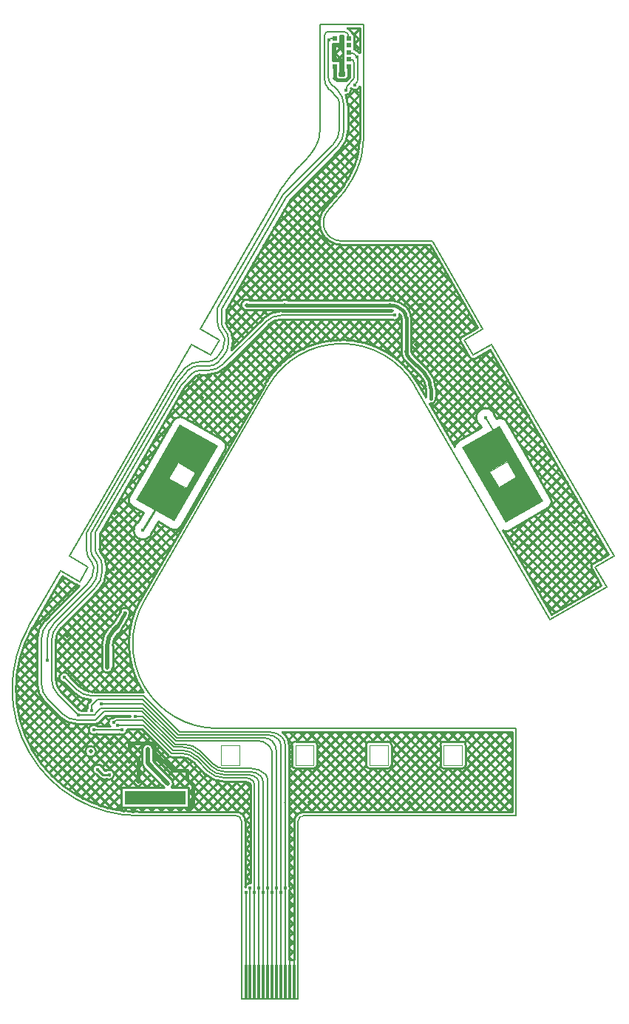
<source format=gtl>
G04*
G04 #@! TF.GenerationSoftware,Altium Limited,Altium Designer,19.0.12 (326)*
G04*
G04 Layer_Physical_Order=1*
G04 Layer_Color=255*
%FSLAX44Y44*%
%MOMM*%
G71*
G01*
G75*
%ADD11C,0.1524*%
%ADD12C,0.2540*%
%ADD13C,0.1270*%
%ADD14C,0.0500*%
%ADD15C,0.0500*%
%ADD16R,0.3000X4.0000*%
%ADD17R,0.5000X0.5000*%
%ADD18R,0.5000X0.5800*%
%ADD23C,0.2413*%
%ADD24C,0.2032*%
%ADD25C,0.3810*%
%ADD26C,0.5080*%
%ADD27P,0.5657X4X345.0*%
%ADD28P,0.5657X4X105.0*%
%ADD29C,0.4572*%
%ADD30R,7.0104X1.5433*%
%ADD31C,0.4064*%
%ADD32C,0.5080*%
G36*
X-27099Y633343D02*
X-39699Y611519D01*
D01*
X-77099Y546740D01*
X-120400Y571740D01*
X-111482Y587187D01*
X-111482Y587187D01*
X-70400Y658343D01*
X-27099Y633343D01*
D02*
G37*
G36*
X315683Y622514D02*
D01*
X345933Y570120D01*
X302632Y545120D01*
X282882Y579328D01*
D01*
X252632Y631722D01*
X295933Y656722D01*
X315683Y622514D01*
D02*
G37*
%LPC*%
G36*
X-72587Y613994D02*
X-83087Y595808D01*
X-63169Y584308D01*
X-52669Y602495D01*
X-72587Y613994D01*
D02*
G37*
G36*
X303992Y615764D02*
X284073Y604264D01*
X294573Y586077D01*
X314492Y597578D01*
X303992Y615764D01*
D02*
G37*
%LPD*%
D11*
X-51743Y274247D02*
G03*
X-69703Y281686I-17960J-17960D01*
G01*
X-38428Y260931D02*
G03*
X-20467Y253492I17960J17960D01*
G01*
X13462Y249682D02*
G03*
X4264Y253492I-9198J-9198D01*
G01*
X15000Y245969D02*
G03*
X13462Y249682I-5251J0D01*
G01*
X-50472Y277549D02*
G03*
X-68433Y284988I-17960J-17960D01*
G01*
X-37157Y264233D02*
G03*
X-19197Y256794I17960J17960D01*
G01*
X18101Y252663D02*
G03*
X8128Y256794I-9973J-9973D01*
G01*
X20000Y248343D02*
G03*
X18288Y252476I-5845J0D01*
G01*
X-49202Y281105D02*
G03*
X-67163Y288544I-17960J-17960D01*
G01*
X-35633Y267535D02*
G03*
X-17673Y260096I17960J17960D01*
G01*
X21590Y255778D02*
G03*
X11165Y260096I-10425J-10425D01*
G01*
X25000Y247546D02*
G03*
X21590Y255778I-11643J0D01*
G01*
X-47171Y284153D02*
G03*
X-65131Y291592I-17960J-17960D01*
G01*
X-32004Y268986D02*
G03*
X-20353Y264160I11651J11651D01*
G01*
X27432Y257556D02*
G03*
X11488Y264160I-15943J-15943D01*
G01*
X30000Y251356D02*
G03*
X27432Y257556I-8768J0D01*
G01*
X30578Y290986D02*
G03*
X19304Y295656I-11274J-11274D01*
G01*
X35000Y283405D02*
G03*
X32766Y288798I-7627J0D01*
G01*
X35306Y295266D02*
G03*
X26392Y298958I-8914J-8914D01*
G01*
X40000Y283933D02*
G03*
X35306Y295266I-16026J0D01*
G01*
X42164Y297688D02*
G03*
X30513Y302514I-11651J-11651D01*
G01*
X44958Y290943D02*
G03*
X42164Y297688I-9539J0D01*
G01*
X50000Y291122D02*
G03*
X46228Y300228I-12878J0D01*
G01*
D02*
G03*
X33351Y305562I-12877J-12877D01*
G01*
X-171958Y330200D02*
Y336436D01*
X-164986Y343408D01*
X-141626Y313436D02*
X-112268D01*
X-80518Y281686D01*
X-143907Y319024D02*
X-112776D01*
X-78740Y284988D01*
X-112768Y323850D02*
X-77463Y288544D01*
X-121537Y323850D02*
X-112768D01*
X-113792Y329184D02*
X-76200Y291592D01*
X-112776Y332994D02*
X-75438Y295656D01*
X-113074Y338074D02*
X-73958Y298958D01*
X-160274Y338074D02*
X-113074D01*
X-73958Y298958D02*
X26392D01*
X-113559Y343408D02*
X-72665Y302514D01*
X-112268Y347218D02*
X-70612Y305562D01*
X-170320Y347218D02*
X-112268D01*
X-164986Y343408D02*
X-113559D01*
X-146450Y316481D02*
X-143907Y319024D01*
X35000Y235278D02*
Y283405D01*
Y235278D02*
X35052Y235330D01*
X-51743Y274247D02*
X-38428Y260931D01*
X-20467Y253492D02*
X4264D01*
X15000Y121920D02*
Y245969D01*
X-80518Y281686D02*
X-69703D01*
X-50472Y277549D02*
X-37157Y264233D01*
X-19197Y256794D02*
X8128D01*
X18101Y252663D02*
X18288Y252476D01*
X20000Y126934D02*
Y248343D01*
X-78740Y284988D02*
X-68433D01*
X-77463Y288544D02*
X-67163D01*
X-75438Y295656D02*
X19304D01*
X-72665Y302514D02*
X30513D01*
X-70612Y305562D02*
X33351D01*
X-49202Y281105D02*
X-35633Y267535D01*
X-17673Y260096D02*
X11165D01*
X25000Y236074D02*
Y247546D01*
Y121920D02*
Y236074D01*
X-47171Y284153D02*
X-32004Y268986D01*
X-20353Y264160D02*
X11488D01*
X30000Y126934D02*
Y237208D01*
Y251356D01*
X-76200Y291592D02*
X-65131D01*
X30578Y290986D02*
X32766Y288798D01*
X44958Y221111D02*
Y290943D01*
X50000Y126934D02*
Y224828D01*
Y291122D01*
X45000Y121920D02*
Y221069D01*
X40000Y126934D02*
Y283933D01*
X35000Y121920D02*
Y235278D01*
X25000Y236074D02*
X25146Y236220D01*
X29972Y237236D02*
X30000Y237208D01*
X44958Y221111D02*
X45000Y221069D01*
X49784Y225044D02*
X50000Y224828D01*
X-168866Y308099D02*
X-136880D01*
X-169056Y308289D02*
X-168866Y308099D01*
D12*
X-112776Y536956D02*
X-80144Y591077D01*
X114808Y1060576D02*
X115950Y1059434D01*
X114808Y1060576D02*
Y1068072D01*
X106808Y1084072D02*
Y1092072D01*
Y1076072D02*
Y1084072D01*
X114808Y1068072D02*
Y1072894D01*
X111630Y1076072D02*
X114808Y1072894D01*
X106808Y1076072D02*
X111630D01*
X114808Y1094740D02*
Y1100072D01*
X112140Y1092072D02*
X114808Y1094740D01*
X106808Y1092072D02*
X112140D01*
X-164738Y262967D02*
X-158816Y257045D01*
X-151626D01*
Y256283D02*
Y257045D01*
D13*
X71033Y210000D02*
G03*
X65000Y203904I31J-6065D01*
G01*
X0Y203812D02*
G03*
X-5942Y210000I-6065J123D01*
G01*
X-111533Y455503D02*
G03*
X-27532Y310000I84003J-48502D01*
G01*
X198813Y702019D02*
G03*
X30804Y702023I-84006J-48498D01*
G01*
X100117Y903997D02*
G03*
X114813Y867997I14697J-15000D01*
G01*
X100117Y903997D02*
G03*
X118069Y924838I-112752J115276D01*
G01*
X86550Y979398D02*
G03*
X88952Y986455I-34722J15755D01*
G01*
X55905Y941923D02*
G03*
X46385Y928999I62227J-55807D01*
G01*
X127940Y940646D02*
G03*
X131966Y948976I-104630J55697D01*
G01*
X67301Y954122D02*
G03*
X72986Y960189I-226733J218176D01*
G01*
X137728Y966245D02*
G03*
X139816Y983996I-76944J18047D01*
G01*
X135260Y957526D02*
G03*
X137728Y966245I-88650J29809D01*
G01*
X118069Y924838D02*
G03*
X127940Y940646I-111894J80857D01*
G01*
X72986Y960189D02*
G03*
X78280Y966360I-96757J88364D01*
G01*
X131966Y948976D02*
G03*
X135260Y957526I-96690J42161D01*
G01*
X88952Y986455D02*
G03*
X89816Y993997I-32548J7551D01*
G01*
X78280Y966360D02*
G03*
X82897Y972731I-59537J48000D01*
G01*
D02*
G03*
X86550Y979398I-42719J27740D01*
G01*
X61512Y948065D02*
G03*
X55905Y941922I151760J-144153D01*
G01*
X-243169Y427506D02*
G03*
X-117601Y210003I125572J-72503D01*
G01*
X0Y0D02*
Y203812D01*
X65000Y0D02*
Y203904D01*
X0Y0D02*
X65000D01*
X353156Y434674D02*
X418158Y472087D01*
X198813Y702019D02*
X353156Y434674D01*
X405003Y494874D02*
X418158Y472087D01*
X405003Y494874D02*
X426654Y507374D01*
X286664Y749856D02*
X426654Y507374D01*
X218461Y867994D02*
X276665Y767177D01*
X255014Y754678D02*
X276665Y767177D01*
X265013Y737357D02*
X286664Y749856D01*
X255014Y754678D02*
X265013Y737357D01*
X114813Y867997D02*
X218461Y867994D01*
X139816Y983996D02*
X139816Y1003996D01*
X89816Y993997D02*
X89816Y1003997D01*
X61512Y948065D02*
X67301Y954122D01*
X-47044Y767185D02*
X46385Y928999D01*
X-47044Y767185D02*
X-25393Y754685D01*
X-35394Y737365D02*
X-25393Y754685D01*
X-57044Y749865D02*
X-35394Y737365D01*
X-197046Y507389D02*
X-57044Y749865D01*
X-111533Y455503D02*
X30804Y702023D01*
X-27532Y310000D02*
X314799Y309992D01*
X-243169Y427506D02*
X-207046Y490069D01*
X-185396Y477568D02*
X-175396Y494889D01*
X-197046Y507389D02*
X-175396Y494889D01*
X-207046Y490069D02*
X-185396Y477568D01*
X-117601Y210003D02*
X-5942Y210000D01*
X71033Y210000D02*
X314799D01*
Y309992D01*
X139816Y1003996D02*
Y1115996D01*
X89818D02*
X139816D01*
X89816Y1003997D02*
Y1115997D01*
D14*
X-23201Y290999D02*
X-2201D01*
Y267999D02*
Y290999D01*
X-23201Y267999D02*
X-2201D01*
X-23201D02*
Y290999D01*
X61796Y290997D02*
X82795D01*
Y267997D02*
Y290997D01*
X61796Y267997D02*
X82795D01*
X61796D02*
Y290997D01*
X146797Y291000D02*
X167797D01*
Y268001D02*
Y291000D01*
X146797Y268001D02*
X167797D01*
X146797D02*
Y291000D01*
X231799Y290993D02*
X252799D01*
Y267993D02*
Y290993D01*
X231799Y267993D02*
X252799D01*
X231799D02*
Y290993D01*
D15*
X-83224Y596373D02*
X-72785Y614503D01*
X-63292Y584897D02*
X-52853Y603027D01*
X-72785Y614503D02*
X-52853Y603027D01*
X-83224Y596373D02*
X-63292Y584897D01*
X304030Y615725D02*
X314469Y597595D01*
X284098Y604248D02*
X294537Y586119D01*
X284098Y604248D02*
X304030Y615725D01*
X294537Y586119D02*
X314469Y597595D01*
D16*
X15000Y20000D02*
D03*
X20000D02*
D03*
X25000D02*
D03*
X30000D02*
D03*
X35000D02*
D03*
X40000D02*
D03*
X45000D02*
D03*
X50000D02*
D03*
X55000D02*
D03*
X60000D02*
D03*
X10000D02*
D03*
X5000D02*
D03*
D17*
X114808Y1068072D02*
D03*
X122808D02*
D03*
Y1076072D02*
D03*
Y1084072D02*
D03*
Y1092072D02*
D03*
Y1100072D02*
D03*
X114808D02*
D03*
X106808D02*
D03*
Y1092072D02*
D03*
Y1084072D02*
D03*
Y1076072D02*
D03*
D18*
Y1067672D02*
D03*
D23*
X189162Y792412D02*
G03*
X169836Y800417I-19326J-19326D01*
G01*
X194373Y779831D02*
G03*
X189162Y792412I-17792J0D01*
G01*
X173829Y788609D02*
G03*
X169836Y789115I-3993J-15524D01*
G01*
X183071Y779831D02*
G03*
X181170Y784420I-6489J0D01*
G01*
X173829Y788609D02*
G03*
X172241Y787844I1685J-5527D01*
G01*
X181292Y783082D02*
G03*
X181125Y784465I-5778J0D01*
G01*
X172241Y778319D02*
G03*
X181292Y783082I3273J4762D01*
G01*
X261213Y735176D02*
G03*
X267204Y733562I3800J2181D01*
G01*
X252823Y758472D02*
G03*
X251219Y752487I2191J-3795D01*
G01*
X252823Y758472D02*
G03*
X251225Y752477I2191J-3795D01*
G01*
X261219Y735166D02*
G03*
X267204Y733562I3795J2191D01*
G01*
X222694Y687324D02*
G03*
X222568Y688529I-5778J0D01*
G01*
X290448Y667168D02*
G03*
X273614Y656964I-10794J-1180D01*
G01*
X196618Y737778D02*
G03*
X195242Y739253I-4848J-3144D01*
G01*
X194373Y741992D02*
G03*
X195242Y739253I4755J0D01*
G01*
X183071Y741992D02*
G03*
X186766Y731744I16058J0D01*
G01*
D02*
G03*
X188626Y729786I5004J2890D01*
G01*
X215605Y681696D02*
G03*
X222694Y687324I1311J5628D01*
G01*
X211264Y698967D02*
G03*
X205480Y712931I-19749J0D01*
G01*
X222568Y698967D02*
G03*
X213473Y720924I-31051J0D01*
G01*
X126765Y1106319D02*
G03*
X124652Y1109440I-9160J-3926D01*
G01*
D02*
G03*
X121632Y1111615I-8201J-8201D01*
G01*
X135435Y1083593D02*
G03*
X134394Y1084085I-2979J-4951D01*
G01*
X125450Y1043234D02*
G03*
X135435Y1044643I4598J3500D01*
G01*
X133288Y1085280D02*
G03*
X129054Y1088028I-8582J-8582D01*
G01*
X134394Y1084085D02*
G03*
X133288Y1085280I-16125J-13824D01*
G01*
X125841Y1041146D02*
G03*
X125450Y1043234I-5778J0D01*
G01*
X119631Y1035384D02*
G03*
X125841Y1041146I431J5762D01*
G01*
X122031Y1023593D02*
G03*
X119631Y1035384I-30162J0D01*
G01*
X113196Y973109D02*
G03*
X122031Y994437I-21328J21328D01*
G01*
X133462Y967246D02*
G03*
X135434Y984004I-72678J17047D01*
G01*
X131107Y958922D02*
G03*
X133456Y967219I-84497J28413D01*
G01*
X127949Y950728D02*
G03*
X131102Y958908I-92673J40410D01*
G01*
X124073Y942706D02*
G03*
X127949Y950727I-100763J53637D01*
G01*
X114527Y927416D02*
G03*
X124073Y942706I-108351J78279D01*
G01*
X97064Y907140D02*
G03*
X114518Y927404I-109699J112134D01*
G01*
X97051Y907127D02*
G03*
X114813Y863615I17763J-18130D01*
G01*
X402822Y498674D02*
G03*
X401208Y492683I2181J-3800D01*
G01*
X402812Y498669D02*
G03*
X401208Y492683I2191J-3795D01*
G01*
X256795Y290993D02*
G03*
X252799Y294989I-3996J0D01*
G01*
X256795Y290993D02*
G03*
X252799Y294989I-3996J0D01*
G01*
Y263996D02*
G03*
X256795Y267993I0J3996D01*
G01*
X252799Y263996D02*
G03*
X256795Y267993I0J3996D01*
G01*
X231799Y294989D02*
G03*
X227802Y290993I0J-3996D01*
G01*
Y267993D02*
G03*
X231799Y263996I3996J0D01*
G01*
Y294989D02*
G03*
X227802Y290993I0J-3996D01*
G01*
X171794Y291000D02*
G03*
X167797Y294997I-3996J0D01*
G01*
X171794Y291000D02*
G03*
X167797Y294997I-3996J0D01*
G01*
X146797D02*
G03*
X142801Y291000I0J-3996D01*
G01*
X146797Y294997D02*
G03*
X142801Y291000I0J-3996D01*
G01*
X167797Y264004D02*
G03*
X171794Y268001I0J3996D01*
G01*
X167797Y264004D02*
G03*
X171794Y268001I0J3996D01*
G01*
X142801D02*
G03*
X146797Y264004I3996J0D01*
G01*
X142801Y268001D02*
G03*
X146797Y264004I3996J0D01*
G01*
X86792Y290997D02*
G03*
X82795Y294994I-3996J0D01*
G01*
X86792Y290997D02*
G03*
X82795Y294994I-3996J0D01*
G01*
X61796D02*
G03*
X57799Y290997I0J-3996D01*
G01*
X61796Y294994D02*
G03*
X57799Y290997I0J-3996D01*
G01*
X227802Y267993D02*
G03*
X231799Y263996I3996J0D01*
G01*
X82795Y264001D02*
G03*
X86792Y267997I0J3996D01*
G01*
X82795Y264001D02*
G03*
X86792Y267997I0J3996D01*
G01*
X57799D02*
G03*
X61796Y264001I3996J0D01*
G01*
X57799Y267997D02*
G03*
X61796Y264001I3996J0D01*
G01*
X71011Y214381D02*
G03*
X60619Y203895I54J-10446D01*
G01*
X54763Y123661D02*
G03*
X55778Y126934I-4762J3273D01*
G01*
D02*
G03*
X54509Y130548I-5778J0D01*
G01*
X52553Y800417D02*
G03*
X46871Y800417I-2841J-5608D01*
G01*
X47050Y789115D02*
G03*
X52374Y789115I2662J5695D01*
G01*
X45814Y778319D02*
G03*
X31221Y772275I0J-20638D01*
G01*
X45814Y787844D02*
G03*
X24486Y779010I0J-30162D01*
G01*
X8849Y800417D02*
G03*
X8849Y789115I-2753J-5652D01*
G01*
X-9969Y755280D02*
G03*
X-15936Y769686I-20372J0D01*
G01*
X-17887Y774394D02*
G03*
X-15945Y769694I6659J0D01*
G01*
X202608Y704210D02*
G03*
X27010Y704214I-87800J-50689D01*
G01*
X-11300Y743223D02*
G03*
X-9969Y752084I-28832J8861D01*
G01*
X-38474Y715073D02*
G03*
X-17146Y723908I0J30162D01*
G01*
X-48006Y715073D02*
G03*
X-52637Y713155I0J-6549D01*
G01*
X-119359Y545591D02*
G03*
X-102066Y535165I6583J-8635D01*
G01*
X-162624Y515210D02*
G03*
X-160716Y510606I6511J0D01*
G01*
X-154864Y496475D02*
G03*
X-160716Y510606I-19983J0D01*
G01*
X-127584Y442214D02*
G03*
X-138865Y443978I-5778J0D01*
G01*
X-129058Y438359D02*
G03*
X-127584Y442214I-4305J3855D01*
G01*
X-145775Y431919D02*
G03*
X-146685Y431165I3535J-5199D01*
G01*
X-137795Y422275D02*
G03*
X-135968Y426299I-4445J4445D01*
G01*
X-150676Y427175D02*
G03*
X-159957Y404769I22406J-22406D01*
G01*
X-141785Y418284D02*
G03*
X-147383Y404769I13515J-13515D01*
G01*
X-163698Y468015D02*
G03*
X-154864Y489343I-21328J21328D01*
G01*
X-187587Y473774D02*
G03*
X-185554Y473190I2191J3794D01*
G01*
X-187590Y473776D02*
G03*
X-185554Y473190I2194J3793D01*
G01*
X-225036Y433707D02*
G03*
X-233871Y412379I21328J-21328D01*
G01*
X-206617Y425096D02*
G03*
X-212661Y410503I14593J-14593D01*
G01*
X54509Y291122D02*
G03*
X49416Y303416I-17387J0D01*
G01*
D02*
G03*
X46861Y305617I-16065J-16065D01*
G01*
X-54931Y271059D02*
G03*
X-69703Y277178I-14772J-14772D01*
G01*
X-83715Y278507D02*
G03*
X-80518Y277178I3196J3179D01*
G01*
X-83706Y278498D02*
G03*
X-80518Y277178I3188J3188D01*
G01*
X-101156Y286004D02*
G03*
X-113729Y286004I-6287J0D01*
G01*
X-101156D02*
G03*
X-113729Y286004I-6287J0D01*
G01*
Y270002D02*
G03*
X-111887Y265557I6287J0D01*
G01*
X-113729Y270002D02*
G03*
X-111887Y265557I6287J0D01*
G01*
X-115327Y457693D02*
G03*
X-112518Y351726I87798J-50693D01*
G01*
X-127288Y324422D02*
G03*
X-127307Y323532I5750J-571D01*
G01*
X-239375Y425315D02*
G03*
X-117601Y214384I121777J-70312D01*
G01*
X10265Y246503D02*
G03*
X4264Y248983I-6001J-6019D01*
G01*
X-41616Y257743D02*
G03*
X-20467Y248983I21149J21149D01*
G01*
X4383Y203935D02*
G03*
X-5853Y214380I-10447J0D01*
G01*
X10491Y132758D02*
G03*
X4381Y128350I-492J-5757D01*
G01*
X-80082Y242253D02*
G03*
X-78042Y246888I-4246J4636D01*
G01*
X-80082Y242253D02*
G03*
X-78042Y246888I-4246J4636D01*
G01*
D02*
G03*
X-79883Y251333I-6287J0D01*
G01*
X-78042Y246888D02*
G03*
X-79883Y251333I-6287J0D01*
G01*
X-159957Y379730D02*
G03*
X-147383Y379730I6287J0D01*
G01*
X-159957D02*
G03*
X-147383Y379730I6287J0D01*
G01*
X-168785Y351726D02*
G03*
X-170320Y351981I-1534J-4509D01*
G01*
X-185821Y358025D02*
G03*
X-171228Y351981I14593J14593D01*
G01*
X-192556Y351290D02*
G03*
X-172296Y342474I21328J21328D01*
G01*
X-175137Y339633D02*
G03*
X-176467Y336436I3179J-3196D01*
G01*
X-175146Y339624D02*
G03*
X-176467Y336436I3188J-3188D01*
G01*
Y333815D02*
G03*
X-177736Y330290I4509J-3614D01*
G01*
X-197149Y369354D02*
G03*
X-203884Y362618I-5682J-1054D01*
G01*
X-212661Y366274D02*
G03*
X-206617Y351681I20638J0D01*
G01*
X-233871Y361041D02*
G03*
X-225036Y339713I30162J0D01*
G01*
X-143907Y323532D02*
G03*
X-147082Y322225I0J-4509D01*
G01*
X-143907Y323532D02*
G03*
X-147082Y322225I0J-4509D01*
G01*
X-139899Y303590D02*
G03*
X-130848Y308353I3273J4762D01*
G01*
X-147082Y322225D02*
G03*
X-150738Y312607I632J-5744D01*
G01*
X-145848Y257045D02*
G03*
X-154494Y262061I-5778J0D01*
G01*
X-151626Y251266D02*
G03*
X-145848Y257045I0J5778D01*
G01*
X-154494Y252028D02*
G03*
X-151626Y251266I2868J5016D01*
G01*
X-162363Y253498D02*
G03*
X-158816Y252028I3547J3547D01*
G01*
X-162363Y253498D02*
G03*
X-158816Y252028I3547J3547D01*
G01*
X-167132Y314769D02*
G03*
X-163764Y316164I0J4762D01*
G01*
X-167132Y314769D02*
G03*
X-163764Y316164I0J4762D01*
G01*
X-165217Y312607D02*
G03*
X-165692Y303590I-3839J-4318D01*
G01*
X-166439Y283477D02*
G03*
X-166439Y283477I-6287J0D01*
G01*
X-183925Y330290D02*
G03*
X-186144Y331209I-3273J-4762D01*
G01*
X-208927Y323604D02*
G03*
X-187599Y314769I21328J21328D01*
G01*
X-159163Y264486D02*
G03*
X-166257Y257392I-5575J-1519D01*
G01*
X208425Y863613D02*
X226185Y845853D01*
X197648Y863613D02*
X240903Y820358D01*
X169153Y800417D02*
X221940Y853205D01*
X186871Y863614D02*
X255622Y794863D01*
X191133Y790069D02*
X233773Y832709D01*
X194194Y782353D02*
X237717Y825877D01*
X178515Y799003D02*
X225884Y846373D01*
X185659Y795371D02*
X229829Y839541D01*
X167356Y787844D02*
X168626Y789115D01*
X181292Y782983D02*
X182879Y781396D01*
X215931Y863613D02*
X270679Y768781D01*
X205447Y728949D02*
X261383Y784884D01*
X176095Y863614D02*
X270341Y769368D01*
X200059Y734337D02*
X257439Y791717D01*
X261577Y763526D02*
X269271Y771220D01*
X252823Y758472D02*
X270679Y768781D01*
X210835Y723561D02*
X265327Y778052D01*
X194373Y769901D02*
X299459Y664815D01*
X194373Y750204D02*
X249550Y805381D01*
X194854Y739909D02*
X253494Y798549D01*
X194373Y771757D02*
X241661Y819045D01*
X194373Y760980D02*
X245606Y812213D01*
X183071Y741992D02*
Y779831D01*
X194373Y741992D02*
Y779831D01*
X176159Y777340D02*
X183071Y770428D01*
X115271Y800417D02*
X178468Y863614D01*
X126048Y800417D02*
X189244Y863614D01*
X114813Y863615D02*
X215931Y863613D01*
X111173Y863878D02*
X175156Y799895D01*
X147600Y800417D02*
X210796Y863613D01*
X158377Y800417D02*
X217996Y860037D01*
X136824Y800417D02*
X200020Y863613D01*
X52374Y789115D02*
X169836D01*
X93719Y800417D02*
X156916Y863614D01*
X104495Y800417D02*
X167692Y863614D01*
X52928Y911347D02*
X163857Y800417D01*
X82942D02*
X146139Y863615D01*
X145803Y787844D02*
X147073Y789115D01*
X156580Y787844D02*
X157850Y789115D01*
X52553Y800417D02*
X169836D01*
X142831Y789115D02*
X144101Y787844D01*
X165318Y863614D02*
X264005Y764928D01*
X154542Y863614D02*
X257173Y760984D01*
X143765Y863615D02*
X250983Y756396D01*
X132989Y863615D02*
X260921Y735683D01*
X164403Y778319D02*
X183071Y759652D01*
X157374Y745534D02*
X183071Y771230D01*
X153626Y778319D02*
X183071Y748875D01*
X142850Y778319D02*
X183729Y737440D01*
X153608Y789115D02*
X154878Y787844D01*
X164384Y789115D02*
X165654Y787844D01*
X141589Y751301D02*
X168607Y778319D01*
X149754Y748689D02*
X182788Y781724D01*
X132804Y753292D02*
X157831Y778319D01*
X132074D02*
X176169Y734224D01*
X123283Y754548D02*
X147055Y778319D01*
X121297D02*
X151643Y747974D01*
X278229Y739927D02*
X299778Y718378D01*
X271397Y735983D02*
X314497Y692883D01*
X267204Y733562D02*
X285060Y743871D01*
X263263Y733340D02*
X329215Y667388D01*
X293629Y665321D02*
X295933Y665625D01*
X295933D02*
X298237Y665321D01*
X282327Y676513D02*
X308714Y702900D01*
X288654Y672063D02*
X312658Y696068D01*
X251225Y752477D02*
X261213Y735176D01*
X222568Y692188D02*
X263592Y733212D01*
X222568Y688529D02*
Y698967D01*
X301624Y663481D02*
X320547Y682404D01*
X306004Y657085D02*
X324491Y675572D01*
X292023Y664656D02*
X316602Y689236D01*
X234035Y649773D02*
X300825Y716564D01*
X302228Y663017D02*
X303643Y661173D01*
X309948Y650253D02*
X328435Y668740D01*
X298237Y665321D02*
X300385Y664432D01*
X302228Y663017D01*
X230091Y656605D02*
X296881Y723396D01*
X226146Y663438D02*
X292937Y730228D01*
X222682Y687712D02*
X262623Y647770D01*
X290448Y667168D02*
X291981Y664639D01*
X293629Y665321D01*
X273614Y656964D02*
X274893Y654855D01*
X266734Y650144D02*
X273579Y656988D01*
X216051Y718000D02*
X250991Y752940D01*
X220048Y711220D02*
X254914Y746087D01*
X196618Y737778D02*
X213465Y720931D01*
X198302Y711027D02*
X202843Y715568D01*
X202481Y704430D02*
X207958Y709907D01*
X193696Y717198D02*
X197455Y720956D01*
X188626Y729786D02*
X205473Y712938D01*
X164504Y741887D02*
X183071Y760454D01*
X171179Y737786D02*
X183071Y749677D01*
X188679Y722957D02*
X192067Y726345D01*
X177424Y733254D02*
X183323Y739154D01*
X183255Y728309D02*
X186732Y731786D01*
X222338Y702735D02*
X258859Y739255D01*
X218258Y677102D02*
X284983Y743827D01*
X194373Y759125D02*
X276985Y676513D01*
X194373Y748349D02*
X270656Y672066D01*
X222202Y670269D02*
X288993Y737060D01*
X222568Y698602D02*
X269455Y651715D01*
X219480Y712466D02*
X269334Y662612D01*
X195511Y714882D02*
X211264Y699129D01*
X202608Y704210D02*
X211264Y689215D01*
X210369Y690766D02*
X211264Y691661D01*
Y689215D02*
Y698967D01*
X206425Y697598D02*
X211002Y702175D01*
X132844Y1111615D02*
X135435Y1109024D01*
X129054Y1105161D02*
X135435Y1111541D01*
X121632Y1111615D02*
X135435D01*
X126765Y1106319D02*
X129054D01*
Y1094385D02*
X135435Y1100765D01*
X129054Y1093826D02*
Y1098318D01*
X127364Y1106319D02*
X129054Y1104628D01*
X135435Y1098247D01*
X123537Y1110420D02*
X124732Y1111615D01*
X122067D02*
X122627Y1111055D01*
X129054Y1093826D02*
Y1098318D01*
Y1090319D02*
Y1093826D01*
X126132Y1107550D02*
X127364Y1106319D01*
X129054Y1098318D02*
Y1106319D01*
X135435Y1083593D02*
Y1111615D01*
X129054Y1093851D02*
X135435Y1087471D01*
X131911Y1086464D02*
X135435Y1089989D01*
X127454Y1041570D02*
X135435Y1033590D01*
Y1003996D02*
Y1044643D01*
X122031Y1022703D02*
X135435Y1036107D01*
X129054Y1088028D02*
Y1090319D01*
Y1088028D02*
Y1090319D01*
X120771Y1032219D02*
X129530Y1040979D01*
X117156Y1058091D02*
Y1061825D01*
X116561Y1098318D02*
Y1103308D01*
Y1093826D02*
Y1098318D01*
X113055Y1099075D02*
X116561Y1095568D01*
Y1093826D02*
Y1098318D01*
Y1090319D02*
Y1093826D01*
Y1085826D02*
Y1090319D01*
Y1082318D02*
Y1085826D01*
X104076Y1080183D02*
X116561Y1092668D01*
X113055Y1103311D02*
X116451D01*
X113055Y1099937D02*
X116429Y1103311D01*
X113055Y1093826D02*
Y1103311D01*
X107528Y1093826D02*
X116561Y1084792D01*
Y1085826D02*
Y1090319D01*
Y1077825D02*
Y1082318D01*
X104076Y1093826D02*
X113055D01*
X104076Y1090959D02*
X106943Y1093826D01*
X116561Y1077825D02*
Y1082318D01*
Y1074318D02*
Y1077825D01*
X108988Y1074318D02*
X116561Y1081892D01*
X104076Y1086501D02*
X116561Y1074016D01*
Y1069826D02*
Y1074318D01*
Y1069826D02*
Y1074318D01*
X112459Y1057973D02*
X117039D01*
X114196D02*
X117156Y1060934D01*
X104076Y1074318D02*
X113055D01*
Y1061025D02*
Y1074318D01*
X104076D02*
Y1093826D01*
Y1075724D02*
X105482Y1074318D01*
X113055Y1067608D02*
X116561Y1071115D01*
Y1061825D02*
Y1069826D01*
X113055Y1066746D02*
X116561Y1063239D01*
X112459Y1057973D02*
Y1061025D01*
X122391Y1035857D02*
X135435Y1022813D01*
X122031Y1011927D02*
X135435Y1025331D01*
X121970Y1025501D02*
X135435Y1012037D01*
X122031Y1014665D02*
X135435Y1001261D01*
X122031Y1001151D02*
X135435Y1014555D01*
X135434Y984004D02*
X135435Y1003996D01*
X122031Y1003888D02*
X135435Y990485D01*
X121711Y990054D02*
X135435Y1003778D01*
X122031Y994437D02*
Y1023593D01*
X122003Y993140D02*
X135302Y979841D01*
X120221Y984146D02*
X134105Y970262D01*
X116525Y977065D02*
X131967Y961623D01*
X111451Y971363D02*
X129168Y953646D01*
X106062Y965975D02*
X125850Y946187D01*
X132055Y789115D02*
X133325Y787844D01*
X135027D02*
X136297Y789115D01*
X112843Y754884D02*
X136278Y778319D01*
X110521D02*
X136226Y752614D01*
X121279Y789115D02*
X122549Y787844D01*
X124251D02*
X125521Y789115D01*
X100674Y960587D02*
X122106Y939155D01*
X110502Y789115D02*
X111772Y787844D01*
X113475D02*
X114745Y789115D01*
X102698Y787844D02*
X103968Y789115D01*
X101163Y753980D02*
X125502Y778319D01*
X95286Y955199D02*
X118008Y932477D01*
X89898Y949811D02*
X113584Y926125D01*
X51753Y909321D02*
X135435Y993002D01*
X72166Y800417D02*
X135364Y863615D01*
X51130Y800934D02*
X113830Y863634D01*
X61390Y800417D02*
X124587Y863615D01*
X84510Y944423D02*
X108873Y920059D01*
X79122Y939035D02*
X103897Y914259D01*
X54989Y914902D02*
X113196Y973109D01*
X73734Y933646D02*
X98658Y908722D01*
X68345Y928258D02*
X93628Y902975D01*
X88950Y789115D02*
X90220Y787844D01*
X62957Y922870D02*
X90289Y895538D01*
X57569Y917482D02*
X89694Y885357D01*
X91922Y787844D02*
X93192Y789115D01*
X99726D02*
X100996Y787844D01*
X88968Y778319D02*
X112414Y754874D01*
X87586Y751180D02*
X114726Y778319D01*
X99745D02*
X123538Y754526D01*
X78192Y778319D02*
X102374Y754137D01*
X67416Y778319D02*
X93169Y752566D01*
X70184Y744554D02*
X103950Y778319D01*
X67397Y789115D02*
X68667Y787844D01*
X70369D02*
X71639Y789115D01*
X56621D02*
X57891Y787844D01*
X59593D02*
X60863Y789115D01*
X78173D02*
X79443Y787844D01*
X81146D02*
X82416Y789115D01*
X56639Y778319D02*
X84647Y750312D01*
X341503Y595597D02*
X359989Y614083D01*
X345448Y588765D02*
X363933Y607251D01*
X337559Y602429D02*
X356045Y620915D01*
X337559Y602429D02*
X356045Y620915D01*
X354533Y572424D02*
X354836Y570120D01*
X354533Y567815D02*
X354836Y570120D01*
X349392Y581934D02*
X367878Y600419D01*
X353337Y575102D02*
X371822Y593587D01*
X325726Y622925D02*
X344212Y641411D01*
X329670Y616093D02*
X348157Y634579D01*
X317837Y636589D02*
X336324Y655076D01*
X321782Y629757D02*
X340268Y648243D01*
X353643Y574571D02*
X354533Y572424D01*
X353643Y565668D02*
X354533Y567815D01*
X333615Y609261D02*
X352101Y627747D01*
X323393Y626965D02*
X353643Y574571D01*
X354187Y566982D02*
X415294Y505875D01*
X348862Y561531D02*
X408462Y501931D01*
X333825Y608897D02*
X402809Y539913D01*
X348546Y583400D02*
X417528Y514418D01*
X342030Y557586D02*
X401777Y497840D01*
X336586Y472140D02*
X403376Y538931D01*
X335199Y553642D02*
X408107Y480733D01*
X328367Y549698D02*
X407218Y470846D01*
X352228Y563824D02*
X353643Y565668D01*
X350385Y562410D02*
X352228Y563824D01*
X319104Y634394D02*
X388090Y565408D01*
X320808Y499468D02*
X387599Y566259D01*
X328697Y485804D02*
X395488Y552595D01*
X332641Y478972D02*
X399432Y545763D01*
X324753Y492636D02*
X391543Y559427D01*
X321535Y545753D02*
X400379Y466909D01*
X313893Y643421D02*
X332379Y661908D01*
X241923Y636109D02*
X269130Y663316D01*
X237979Y642941D02*
X304770Y709732D01*
X122212Y863615D02*
X343934Y641893D01*
X316243Y639350D02*
X323393Y626965D01*
X316243Y639350D02*
X323393Y626965D01*
X248181Y639432D02*
X274893Y654855D01*
X303643Y661173D02*
X316243Y639350D01*
X227162Y661679D02*
X248959Y639881D01*
X246337Y638017D02*
X248181Y639432D01*
X217974Y681643D02*
X255791Y643826D01*
X215605Y681696D02*
X243864Y632747D01*
X244922Y636173D02*
X246337Y638017D01*
X244033Y634026D02*
X244922Y636173D01*
X241880Y636184D02*
X244034Y634030D01*
X243864Y632747D02*
X244033Y634026D01*
X304383Y659891D02*
X373371Y590903D01*
X308976Y519964D02*
X375766Y586755D01*
X194352Y780699D02*
X358653Y616398D01*
X285060Y743871D02*
X420669Y508977D01*
X316864Y506300D02*
X383655Y573091D01*
X314703Y541809D02*
X393539Y462972D01*
X312920Y513132D02*
X379711Y579923D01*
X307871Y537864D02*
X386700Y459036D01*
X307083Y537410D02*
X350385Y562410D01*
X305032Y526796D02*
X327339Y549104D01*
X299132Y537016D02*
X300328Y536520D01*
X304936D02*
X307083Y537410D01*
X302632Y536217D02*
X304936Y536520D01*
X301087Y533629D02*
X303834Y536375D01*
X300328Y536520D02*
X302632Y536217D01*
X299132Y537016D02*
X354763Y440654D01*
X410873Y503322D02*
X419153Y511603D01*
X348418Y451644D02*
X415209Y518434D01*
X340530Y465308D02*
X407320Y532099D01*
X344474Y458476D02*
X411265Y525267D01*
X402822Y498674D02*
X420669Y508977D01*
X401208Y492683D02*
X412170Y473696D01*
X390091Y460988D02*
X408740Y479637D01*
X354763Y440654D02*
X412170Y473696D01*
X300755Y534204D02*
X379860Y455099D01*
X315474Y508709D02*
X373021Y451162D01*
X364700Y446373D02*
X404796Y486469D01*
X352363Y444812D02*
X400896Y493346D01*
X330192Y483214D02*
X366181Y447225D01*
X344911Y457719D02*
X359341Y443289D01*
X292269Y305611D02*
X310417Y287463D01*
X281493Y305611D02*
X310417Y276686D01*
X270716Y305611D02*
X310417Y265910D01*
X259940Y305612D02*
X310417Y255134D01*
X303046Y305611D02*
X310417Y298239D01*
X294353Y214382D02*
X310417Y230446D01*
X256795Y287204D02*
X310417Y233581D01*
X256795Y276427D02*
X310417Y222805D01*
X256795Y284587D02*
X277820Y305611D01*
X310417Y214382D02*
Y305611D01*
X256795Y273810D02*
X288596Y305611D01*
X256795Y267993D02*
Y290993D01*
X283577Y214382D02*
X310417Y241222D01*
X305129Y214382D02*
X310417Y219670D01*
X262024Y214382D02*
X310417Y262775D01*
X272800Y214382D02*
X310417Y251999D01*
X255431Y293999D02*
X267044Y305612D01*
X245645Y294989D02*
X256268Y305612D01*
X249163Y305612D02*
X310417Y244357D01*
X251248Y214382D02*
X310417Y273551D01*
X234869Y294989D02*
X245492Y305612D01*
X238386Y305612D02*
X249010Y294989D01*
X227610Y305613D02*
X238233Y294989D01*
X231799D02*
X252799D01*
X231799Y263996D02*
X252799D01*
X171794Y285995D02*
X243407Y214382D01*
X229695D02*
X310417Y295104D01*
X240471Y214382D02*
X310417Y284328D01*
X208143Y214382D02*
X299372Y305611D01*
X218919Y214382D02*
X310148Y305611D01*
X247674Y263996D02*
X297288Y214382D01*
X256328Y266118D02*
X308065Y214382D01*
X71033D02*
X310417D01*
X236897Y263996D02*
X286512Y214382D01*
X173727Y305614D02*
X264960Y214382D01*
X184504Y305614D02*
X275736Y214382D01*
X143485D02*
X234716Y305612D01*
X162950Y305614D02*
X254183Y214382D01*
X186590D02*
X236205Y263996D01*
X197366Y214382D02*
X246981Y263996D01*
X171794Y275218D02*
X232631Y214382D01*
X171794Y285796D02*
X191611Y305613D01*
X206057Y305613D02*
X227802Y283868D01*
X159442Y294997D02*
X170059Y305614D01*
X169724Y294502D02*
X180835Y305614D01*
X216833Y305613D02*
X228805Y293641D01*
X141397Y305615D02*
X152015Y294997D01*
X152174Y305614D02*
X162791Y294997D01*
X130621Y305615D02*
X143300Y292935D01*
X119844Y305615D02*
X142801Y282659D01*
X146797Y294997D02*
X167797D01*
X148666D02*
X159283Y305614D01*
X171794Y275019D02*
X202388Y305613D01*
X195280Y305613D02*
X227802Y273091D01*
X98291Y305616D02*
X189525Y214382D01*
X121932D02*
X213164Y305613D01*
X227802Y267993D02*
Y290993D01*
X165037Y214382D02*
X227802Y277146D01*
X132708Y214382D02*
X223940Y305613D01*
X154261Y214382D02*
X227802Y287923D01*
X142801Y268001D02*
Y291000D01*
X171794Y268001D02*
Y291000D01*
X119844Y305615D02*
X142801Y282658D01*
X109067Y305616D02*
X142801Y271882D01*
X73229Y294994D02*
X83851Y305616D01*
X83860Y294849D02*
X94627Y305616D01*
X62452Y294994D02*
X73075Y305616D01*
X65961Y305617D02*
X76584Y294994D01*
X86792Y287004D02*
X105403Y305616D01*
X61796Y294994D02*
X82795D01*
X55185Y305617D02*
X65808Y294994D01*
X53536Y296854D02*
X62299Y305617D01*
X53717Y296308D02*
X57948Y292077D01*
X54509Y287050D02*
X57799Y290340D01*
X54509Y284740D02*
X57799Y281450D01*
X54509Y276273D02*
X57799Y279564D01*
X76738Y305616D02*
X167973Y214382D01*
X87514Y305616D02*
X178749Y214382D01*
X54509Y222392D02*
X137731Y305615D01*
X54509Y211616D02*
X148507Y305615D01*
X86792Y274010D02*
X146420Y214382D01*
X86792Y284786D02*
X157196Y214382D01*
X78827D02*
X142801Y278356D01*
X67379Y213710D02*
X142801Y289132D01*
X86792Y276228D02*
X116179Y305615D01*
X86792Y267997D02*
Y290997D01*
X54509Y233168D02*
X126955Y305615D01*
X54509Y224828D02*
Y291122D01*
Y273964D02*
X57799Y270674D01*
Y267997D02*
Y290997D01*
X54509Y265497D02*
X57799Y268788D01*
X161455Y264004D02*
X211078Y214382D01*
X89603D02*
X142821Y267599D01*
X161455Y264004D02*
X211078Y214382D01*
X146797Y264004D02*
X167797D01*
X150679D02*
X200301Y214382D01*
X100379D02*
X150002Y264004D01*
X111156Y214382D02*
X160778Y264004D01*
X75248Y264001D02*
X124867Y214382D01*
X85211Y264814D02*
X135644Y214382D01*
X61796Y264001D02*
X82795D01*
X64472D02*
X114091Y214382D01*
X170834Y265402D02*
X221854Y214382D01*
X175814D02*
X228047Y266615D01*
X55772Y126669D02*
X60619Y131515D01*
X54763Y82554D02*
X60619Y88410D01*
X54763Y79737D02*
X60619Y73881D01*
X54763Y122842D02*
X60619Y116986D01*
X54763Y114883D02*
X60619Y120739D01*
X54763Y71778D02*
X60619Y77634D01*
Y45060D02*
Y203895D01*
X54763Y68960D02*
X60619Y63104D01*
X54763Y61001D02*
X60619Y66857D01*
X54763Y47408D02*
X57110Y45060D01*
X54763D02*
X60619D01*
X54763Y58184D02*
X60619Y52328D01*
X54763Y50225D02*
X60619Y56081D01*
X54509Y263188D02*
X103315Y214382D01*
X54509Y252411D02*
X92538Y214382D01*
X54509Y254721D02*
X63788Y264001D01*
X54509Y243945D02*
X74565Y264001D01*
X54509Y220082D02*
X63476Y211115D01*
X54509Y200839D02*
X61290Y207621D01*
X54509Y241635D02*
X81762Y214382D01*
X54509Y230859D02*
X70986Y214381D01*
X54509Y190063D02*
X60619Y196173D01*
X54509Y187754D02*
X60619Y181644D01*
X54509Y209306D02*
X60619Y203196D01*
X54509Y198530D02*
X60619Y192420D01*
X54509Y168510D02*
X60619Y174620D01*
X54509Y166201D02*
X60619Y160091D01*
X54509Y179287D02*
X60619Y185397D01*
X54509Y176977D02*
X60619Y170867D01*
X54509Y146958D02*
X60619Y153068D01*
X54509Y144648D02*
X60619Y138538D01*
X54509Y157734D02*
X60619Y163844D01*
X54509Y155425D02*
X60619Y149315D01*
X54763Y112065D02*
X60619Y106209D01*
X54763Y90513D02*
X60619Y84657D01*
X54509Y136182D02*
X60619Y142292D01*
X54509Y133872D02*
X60619Y127762D01*
X54763Y45060D02*
Y123661D01*
X54509Y130548D02*
Y224828D01*
X54763Y101289D02*
X60619Y95433D01*
X54763Y93330D02*
X60619Y99186D01*
X54763Y104107D02*
X60619Y109963D01*
X45019Y897703D02*
X142305Y800417D01*
X48973Y904525D02*
X153081Y800417D01*
X36889Y883680D02*
X135406Y982196D01*
X22025Y858039D02*
X134071Y970085D01*
X39837Y800417D02*
X105006Y865587D01*
X41064Y890882D02*
X131528Y800417D01*
X33155Y877238D02*
X109976Y800417D01*
X37109Y884060D02*
X120752Y800417D01*
X29061D02*
X98335Y869692D01*
X29200Y870417D02*
X99199Y800417D01*
X18284D02*
X93337Y875470D01*
X25246Y863595D02*
X88423Y800417D01*
X21291Y856773D02*
X77647Y800417D01*
X13382Y843130D02*
X56094Y800417D01*
X17336Y849952D02*
X66870Y800417D01*
X45863Y778319D02*
X76711Y747472D01*
X45814Y787844D02*
X172241D01*
X45814Y778319D02*
X172241D01*
X37043Y776363D02*
X69294Y744112D01*
X30788Y771842D02*
X62353Y740277D01*
X25400Y766454D02*
X55854Y736000D01*
X20012Y761065D02*
X49778Y731299D01*
X45844Y789115D02*
X47115Y787844D01*
X36598Y786402D02*
X39311Y789115D01*
X35068D02*
X37505Y786677D01*
X13516Y789115D02*
X24053Y778577D01*
X48817Y787844D02*
X49499Y788527D01*
X24292Y789115D02*
X30025Y783382D01*
X7161Y832399D02*
X129657Y954895D01*
X-7704Y806758D02*
X117996Y932458D01*
X-17887Y789193D02*
X54989Y914902D01*
X-17887Y785799D02*
X89839Y893525D01*
X9427Y836308D02*
X45318Y800417D01*
X8849Y789115D02*
X47050D01*
X7884Y800793D02*
X90139Y883048D01*
X8849Y800417D02*
X46871D01*
X1518Y822665D02*
X23765Y800417D01*
X5472Y829487D02*
X34541Y800417D01*
X-2437Y815843D02*
X12989Y800417D01*
X-6392Y809022D02*
X2624Y800006D01*
X-10346Y802200D02*
X18665Y773189D01*
X-17887Y775023D02*
X69Y792978D01*
X-17887Y774394D02*
Y789193D01*
X-10007Y750573D02*
X28534Y789115D01*
X-36244Y648902D02*
X93173Y778319D01*
X-49908Y656791D02*
X71621Y778319D01*
X-43076Y652847D02*
X82397Y778319D01*
X-17146Y723908D02*
X31221Y772275D01*
X-56740Y660735D02*
X60844Y778319D01*
X-71992Y667036D02*
X37576Y776604D01*
X-63572Y664680D02*
X50068Y778319D01*
X-14298Y767835D02*
X6352Y788485D01*
X-10694Y760663D02*
X17758Y789115D01*
X-14301Y795378D02*
X13277Y767801D01*
X-17887Y788188D02*
X7889Y762412D01*
X-11300Y743223D02*
X24486Y779010D01*
X-17887Y777412D02*
X2501Y757024D01*
X14624Y755677D02*
X44113Y726188D01*
X9236Y750289D02*
X38853Y720671D01*
X3848Y744901D02*
X34002Y714747D01*
X-1541Y739513D02*
X29567Y708405D01*
X-6929Y734125D02*
X25536Y701660D01*
X-12317Y728736D02*
X21591Y694829D01*
X-29412Y644958D02*
X23138Y697508D01*
X-9969Y752084D02*
Y755280D01*
X-10222Y748194D02*
X-8276Y746248D01*
X-10326Y759074D02*
X-2888Y751636D01*
X-17712Y723356D02*
X17646Y687997D01*
X-23939Y718806D02*
X13702Y681165D01*
X-31743Y715834D02*
X9757Y674333D01*
X-18345Y634472D02*
X-6308Y646510D01*
X-18500Y635647D02*
X-18196Y633343D01*
X-22587Y641006D02*
X8415Y672009D01*
X-19389Y637794D02*
X-18500Y635647D01*
Y631038D02*
X-18196Y633343D01*
X-19389Y628891D02*
X-18500Y631038D01*
X-19698Y628355D02*
X-17854Y626511D01*
X-31989Y607067D02*
X-19389Y628891D01*
X-20804Y639638D02*
X-20003Y638594D01*
X-19389Y637794D01*
X-22648Y641052D02*
X-20804Y639638D01*
X-23643Y621523D02*
X-21799Y619679D01*
X-27912Y614129D02*
X-21030Y621011D01*
X-27587Y614691D02*
X-25744Y612848D01*
X-31532Y607859D02*
X-29688Y606016D01*
X-35476Y601027D02*
X-33633Y599184D01*
X-41759Y715073D02*
X5813Y667502D01*
X-51515Y714054D02*
X1868Y660670D01*
X-57015Y708777D02*
X-2076Y653838D01*
X-62403Y703389D02*
X-6021Y647006D01*
X-65949Y666052D02*
X-22648Y641052D01*
X-39139Y594683D02*
X-31989Y607067D01*
X-67228Y697437D02*
X-9965Y640175D01*
X-71182Y690615D02*
X-13910Y633343D01*
X-48006Y715073D02*
X-38474D01*
X-72862Y687718D02*
X-45507Y715073D01*
X-87726Y662078D02*
X-34463Y715341D01*
X-65673Y700119D02*
X-52639Y713154D01*
X-68096Y666942D02*
X-65949Y666052D01*
X-70400Y667245D02*
X-68096Y666942D01*
X-75137Y683794D02*
X-45712Y654369D01*
X-39421Y594196D02*
X-37577Y592352D01*
X-42633Y588632D02*
X-35753Y595512D01*
X-69389Y542289D02*
X-31989Y607067D01*
X-115321Y457703D02*
X27003Y704202D01*
X-43365Y587364D02*
X-41522Y585521D01*
X-47309Y580532D02*
X-45466Y578689D01*
X-51254Y573700D02*
X-49411Y571857D01*
X-57354Y563135D02*
X-50476Y570013D01*
X-55198Y566868D02*
X-53355Y565025D01*
X-59143Y560036D02*
X-57300Y558194D01*
X-63087Y553204D02*
X-61245Y551362D01*
X-162624Y532881D02*
X-65673Y700119D01*
X-67031Y546372D02*
X-65189Y544530D01*
X-71413Y539977D02*
X-69134Y537698D01*
X-212661Y397051D02*
X-65198Y544514D01*
X-72705Y666942D02*
X-70400Y667245D01*
X-74852Y666052D02*
X-72705Y666942D01*
X-79092Y676972D02*
X-69208Y667088D01*
X-83046Y670150D02*
X-77059Y664163D01*
X-75652Y665438D02*
X-74852Y666052D01*
X-76695Y664638D02*
X-75652Y665438D01*
X-78110Y662794D02*
X-76695Y664638D01*
X-102591Y636437D02*
X-80673Y658354D01*
X-87001Y663329D02*
X-81169Y657496D01*
X-90956Y656507D02*
X-85113Y650665D01*
X-94910Y649685D02*
X-89058Y643833D01*
X-98865Y642864D02*
X-93002Y637001D01*
X-102820Y636042D02*
X-96946Y630169D01*
X-106774Y629220D02*
X-100891Y623337D01*
X-110729Y622399D02*
X-104835Y616505D01*
X-117455Y610797D02*
X-95394Y632857D01*
X-70804Y540445D02*
X-69389Y542289D01*
X-72648Y539030D02*
X-70804Y540445D01*
X-119192Y591638D02*
X-78110Y662794D01*
X-96833Y543845D02*
X-77023Y524035D01*
X-74795Y538141D02*
X-72648Y539030D01*
X-77099Y537837D02*
X-74795Y538141D01*
X-79403D02*
X-77099Y537837D01*
X-81024Y538812D02*
X-73078Y530866D01*
X-114684Y615577D02*
X-108780Y609673D01*
X-118638Y608755D02*
X-112724Y602841D01*
X-119192Y591637D02*
X-108360Y610399D01*
X-119359Y545591D02*
X-112531Y556917D01*
X-95040Y546818D02*
X-81550Y539030D01*
X-79403Y538141D01*
X-102066Y535165D02*
X-95040Y546818D01*
X-100886Y537122D02*
X-80967Y517203D01*
X-122593Y601934D02*
X-116668Y596009D01*
X-126547Y595112D02*
X-120613Y589177D01*
X-132319Y585156D02*
X-110115Y607360D01*
X-128110Y576191D02*
X-119192Y591637D01*
X-130502Y588290D02*
X-124557Y582345D01*
X-124852Y564030D02*
X-112531Y556917D01*
X-147183Y559516D02*
X-124836Y581863D01*
X-138411Y574647D02*
X-115596Y551832D01*
X-129000Y574044D02*
X-128110Y576191D01*
X-129303Y571740D02*
X-129000Y569436D01*
X-134457Y581469D02*
X-128423Y575435D01*
X-129303Y571740D02*
X-129000Y574044D01*
X-127496Y566488D02*
X-126695Y565445D01*
X-124852Y564030D01*
X-129000Y569436D02*
X-128110Y567289D01*
X-127496Y566488D01*
X-150275Y554182D02*
X-92801Y496708D01*
X-161981Y512389D02*
X-115652Y558718D01*
X-154230Y547360D02*
X-96745Y489876D01*
X-158184Y540539D02*
X-100690Y483044D01*
X-162139Y533717D02*
X-104635Y476212D01*
X-208940Y422324D02*
X-88324Y542941D01*
X-212661Y407827D02*
X-81485Y539003D01*
X-142366Y567825D02*
X-119788Y545247D01*
X-142366Y567825D02*
X-119788Y545247D01*
X-162048Y533875D02*
X-128264Y567659D01*
X-162624Y522523D02*
X-122483Y562663D01*
X-146321Y561004D02*
X-123558Y538241D01*
X-157391Y506203D02*
X-123011Y540583D01*
X-162624Y515210D02*
Y532881D01*
X-104485Y529944D02*
X-84912Y510371D01*
X-104485Y529944D02*
X-84912Y510371D01*
X-111491Y526174D02*
X-88856Y503539D01*
X-154948Y487094D02*
X-115576Y526465D01*
X-154864Y494112D02*
X-116449Y455698D01*
X-130281Y447102D02*
X-109367Y468017D01*
X-162624Y523425D02*
X-108579Y469380D01*
X-161437Y511462D02*
X-112524Y462549D01*
X-154915Y497903D02*
X-121840Y530977D01*
X-154864Y489343D02*
Y496475D01*
X-155369Y483842D02*
X-120028Y448500D01*
X-162436Y469356D02*
X-138298Y445218D01*
X-158084Y475781D02*
X-123109Y440805D01*
X-129925Y436845D02*
X-125637Y432557D01*
X-130144Y436463D02*
X-121461Y445146D01*
X-133850Y429994D02*
X-127530Y423674D01*
X-137373Y422741D02*
X-128667Y414034D01*
X-142706Y417297D02*
X-128848Y403439D01*
X-146932Y408899D02*
X-126398Y429432D01*
X-147383Y397671D02*
X-128455Y416599D01*
X-145775Y431919D02*
X-138865Y443978D01*
X-135968Y426299D02*
X-129058Y438359D01*
X-150676Y427175D02*
X-146685Y431165D01*
X-141785Y418284D02*
X-137795Y422275D01*
X-189527Y474894D02*
X-186688Y472056D01*
X-205443Y484084D02*
X-187590Y473776D01*
X-206925Y481516D02*
X-192076Y466667D01*
X-167785Y463928D02*
X-142132Y438276D01*
X-225036Y433708D02*
X-185554Y473190D01*
X-211427Y473719D02*
X-202666Y482480D01*
X-210870Y474684D02*
X-197464Y461279D01*
X-214814Y467853D02*
X-202853Y455891D01*
X-226150Y448220D02*
X-195834Y478536D01*
X-218759Y461021D02*
X-208241Y450503D01*
X-222703Y454189D02*
X-213629Y445115D01*
X-226648Y447357D02*
X-219017Y439727D01*
X-230592Y440526D02*
X-224405Y434338D01*
X-173173Y458540D02*
X-146219Y431587D01*
X-206617Y425096D02*
X-163698Y468015D01*
X-239366Y425330D02*
X-205443Y484084D01*
X-240791Y422802D02*
X-189002Y474591D01*
X-178561Y453152D02*
X-151609Y426200D01*
X-183949Y447764D02*
X-156102Y419916D01*
X-189337Y442376D02*
X-159090Y412128D01*
X-194725Y436987D02*
X-159957Y402219D01*
X-234537Y433694D02*
X-229256Y428413D01*
X-238482Y426862D02*
X-232614Y420994D01*
X-242328Y419932D02*
X-233871Y411475D01*
X-245846Y412674D02*
X-233871Y400699D01*
X-249744Y403073D02*
X-232918Y419899D01*
X49369Y303463D02*
X51523Y305617D01*
X46861Y305617D02*
X310417Y305611D01*
X-80518Y277178D02*
X-69703D01*
X-103382Y290804D02*
X-99697Y294489D01*
X-117894Y351726D02*
X-114582Y355038D01*
X-114136Y308927D02*
X-83715Y278507D01*
X-101156Y272606D02*
Y286004D01*
X-100591Y272042D02*
X-88921Y283713D01*
X-101156Y282254D02*
X-94309Y289101D01*
X-78021Y277178D02*
X-15225Y214382D01*
X-67079Y277012D02*
X-4299Y214232D01*
X-84427Y255877D02*
X-63938Y276366D01*
X-101156Y278760D02*
X-64648Y242253D01*
X-54922Y271050D02*
X-41624Y257752D01*
X-65723Y242253D02*
X-45924Y262052D01*
X-79120Y250408D02*
X-56806Y272722D01*
X-76499Y242253D02*
X-51312Y267440D01*
X-95203Y266654D02*
X-83528Y278329D01*
X-89815Y261266D02*
X-73903Y277178D01*
X-113729Y270002D02*
Y286004D01*
X-101156Y272606D02*
X-79883Y251333D01*
X-111887Y265557D02*
X-88773Y242443D01*
X-119605Y242253D02*
X-104094Y257763D01*
X-147383Y389646D02*
X-116931Y359193D01*
X-212661Y386274D02*
X-79921Y519015D01*
X-212661Y375498D02*
X-94644Y493516D01*
X-139446Y351726D02*
X-121707Y369466D01*
X-128670Y351726D02*
X-118383Y362013D01*
X-168785Y351726D02*
X-112518D01*
X-147436Y378922D02*
X-120241Y351726D01*
X-146547Y410362D02*
X-127725Y391540D01*
X-147383Y400422D02*
X-124551Y377589D01*
X-171519Y351983D02*
X-128230Y395271D01*
X-160999Y351726D02*
X-126714Y386011D01*
X-143907Y323532D02*
X-127307D01*
X-150223Y351726D02*
X-124506Y377443D01*
X-155507Y324422D02*
X-127288D01*
X-130848Y308453D02*
X-112340Y289944D01*
X-120547Y308927D02*
X-26001Y214382D01*
X-153109Y262630D02*
X-110473Y305265D01*
X-158315Y303590D02*
X-96977Y242253D01*
X-146131Y258832D02*
X-105085Y299877D01*
X-130381Y242253D02*
X-109482Y263151D01*
X-168092Y302591D02*
X-107753Y242253D01*
X-161873Y221537D02*
X-113721Y269689D01*
X-130876Y308927D02*
X-114136D01*
X-160100Y266414D02*
X-117587Y308927D01*
X-191271Y314994D02*
X-118530Y242253D01*
X-131396Y305895D02*
X-128364Y308927D01*
X-135805Y302633D02*
X-113729Y280557D01*
X-147539Y303590D02*
X-113724Y269776D01*
X-169766Y224420D02*
X-113729Y280457D01*
X4055Y248983D02*
X10491Y242547D01*
X-6721Y248983D02*
X10491Y231771D01*
X-17498Y248983D02*
X10491Y220994D01*
X-18160Y214382D02*
X10491Y243033D01*
X4363Y204576D02*
X10491Y210704D01*
X4232Y205701D02*
X10491Y199442D01*
X-7384Y214381D02*
X10491Y232257D01*
X812Y211800D02*
X10491Y221480D01*
X-20467Y248983D02*
X4264D01*
X-29752Y250461D02*
X10491Y210218D01*
X-28936Y214382D02*
X5566Y248883D01*
X-50488Y214382D02*
X-15887Y248983D01*
X-39712Y214382D02*
X-5110Y248983D01*
X4381Y183041D02*
X10491Y189151D01*
X4381Y183999D02*
X10491Y177889D01*
X4381Y193818D02*
X10491Y199928D01*
X4381Y194775D02*
X10491Y188665D01*
X4381Y161489D02*
X10491Y167599D01*
X4381Y162446D02*
X10491Y156336D01*
X4381Y172265D02*
X10491Y178375D01*
X4381Y173223D02*
X10491Y167113D01*
Y132758D02*
Y245969D01*
X4381Y128350D02*
Y203774D01*
Y150712D02*
X10491Y156822D01*
X4381Y151670D02*
X10491Y145560D01*
X4381Y139936D02*
X10491Y146046D01*
X7364Y132142D02*
X10491Y135270D01*
X4381Y140894D02*
X10491Y134784D01*
X-60262Y236938D02*
X-40508Y256691D01*
X-60262Y226161D02*
X-34134Y252289D01*
X-78295Y245123D02*
X-75424Y242253D01*
X-60262Y219327D02*
Y242253D01*
X-80082D02*
X-60262D01*
X-137858Y219327D02*
X-60262D01*
X-108828Y242253D02*
X-98706Y252375D01*
X-98052Y242253D02*
X-93317Y246987D01*
X-125687Y214617D02*
X-120977Y219327D01*
X-115144Y214384D02*
X-110201Y219327D01*
X-137858Y242253D02*
X-88574D01*
X-127933Y219327D02*
X-123098Y214492D01*
X-50488Y214382D02*
X-15887Y248983D01*
X-60262Y227090D02*
X-47554Y214382D01*
X-61264Y214383D02*
X-26123Y249523D01*
X-60262Y237866D02*
X-36778Y214382D01*
X-72040Y214383D02*
X-67096Y219327D01*
X-63275D02*
X-58331Y214383D01*
X-74052Y219327D02*
X-69108Y214383D01*
X-117601Y214384D02*
X-5963Y214381D01*
X-104368Y214384D02*
X-99425Y219327D01*
X-95604D02*
X-90661Y214384D01*
X-117157Y219327D02*
X-112214Y214384D01*
X-106381Y219327D02*
X-101437Y214384D01*
X-82816Y214383D02*
X-77872Y219327D01*
X-84828D02*
X-79884Y214383D01*
X-93592Y214384D02*
X-88649Y219327D01*
X-147383Y386894D02*
X-128898Y405380D01*
X-197166Y369441D02*
X-159897Y406710D01*
X-200114Y431599D02*
X-159957Y391442D01*
X-203326Y374057D02*
X-153669Y423714D01*
X-147383Y379730D02*
Y404769D01*
X-180230Y354048D02*
X-158532Y375746D01*
X-159957Y379730D02*
Y404769D01*
X-186425Y358629D02*
X-159957Y385098D01*
X-205502Y426211D02*
X-159957Y380666D01*
X-191813Y364017D02*
X-159957Y395874D01*
X-171228Y351981D02*
X-170320D01*
X-197149Y369354D02*
X-185821Y358025D01*
X-152795Y373505D02*
X-131017Y351726D01*
X-175137Y339633D02*
X-172296Y342474D01*
X-176009Y342837D02*
X-173971Y340799D01*
X-182435Y330290D02*
X-176467Y336259D01*
X-203884Y362618D02*
X-192556Y351290D01*
X-199995Y345059D02*
X-193160Y351894D01*
X-205383Y350448D02*
X-198548Y357282D01*
X-208262Y353538D02*
X-185878Y331153D01*
X-189219Y334283D02*
X-179802Y343700D01*
X-176467Y333815D02*
Y336436D01*
X-194607Y339671D02*
X-187229Y347049D01*
X-206617Y351681D02*
X-186144Y331209D01*
X-212661Y366274D02*
Y410503D01*
X-212622Y411779D02*
X-152570Y351726D01*
X-212661Y390266D02*
X-174664Y352269D01*
X-212661Y401042D02*
X-163346Y351726D01*
X-210167Y356440D02*
X-203972Y362635D01*
X-212661Y379490D02*
X-206181Y373009D01*
X-212607Y364776D02*
X-208588Y368795D01*
X-249006Y405057D02*
X-233871Y389922D01*
Y361041D02*
Y412379D01*
X-254368Y387673D02*
X-233871Y408171D01*
X-256873Y374392D02*
X-233871Y397394D01*
X-251780Y397056D02*
X-233871Y379146D01*
X-254135Y388634D02*
X-233871Y368369D01*
X-258017Y362471D02*
X-233871Y386618D01*
X-256022Y379745D02*
X-233646Y357369D01*
X-210250Y420183D02*
X-141793Y351726D01*
X-212661Y368713D02*
X-176990Y333041D01*
X-257379Y370325D02*
X-175935Y288882D01*
X-225036Y339713D02*
X-208927Y323604D01*
X-257156Y337774D02*
X-134826Y215444D01*
X-258116Y360287D02*
X-178177Y280347D01*
X-258108Y349502D02*
X-170395Y261789D01*
X-256299Y331861D02*
X-233242Y354917D01*
X-258173Y351539D02*
X-233871Y375842D01*
X-257554Y341381D02*
X-233871Y365065D01*
X-252222Y314385D02*
X-225945Y340662D01*
X-249517Y306313D02*
X-220577Y335254D01*
X-254499Y322884D02*
X-230396Y346987D01*
X-136041Y324422D02*
X-135152Y323532D01*
X-135311D02*
X-134422Y324422D01*
X-147447Y322173D02*
X-145199Y324422D01*
X-165692Y303590D02*
X-139899D01*
X-166864Y281203D02*
X-144477Y303590D01*
X-146817Y324422D02*
X-145599Y323203D01*
X-156550Y323378D02*
X-151811Y318639D01*
X-163764Y316164D02*
X-155507Y324422D01*
X-161939Y317990D02*
X-156556Y312607D01*
X-157013D02*
X-152142Y317478D01*
X-166791Y313605D02*
X-165231Y315165D01*
X-165217Y312607D02*
X-150738D01*
X-146272Y259218D02*
X-129306Y242253D01*
X-149501Y251671D02*
X-137858Y240029D01*
X-161283Y252677D02*
X-137858Y229252D01*
Y219327D02*
Y242253D01*
X-135546Y215534D02*
X-131754Y219327D01*
X-153570Y219063D02*
X-137858Y234775D01*
X-144814Y217043D02*
X-137858Y223999D01*
X-156738Y262061D02*
X-154494D01*
X-159163Y264486D02*
X-156738Y262061D01*
X-166257Y257392D02*
X-162363Y253498D01*
X-158816Y252028D02*
X-154494D01*
X-187599Y314769D02*
X-167132D01*
X-180271D02*
X-174754Y309253D01*
X-169494Y314769D02*
X-168786Y314061D01*
X-169802Y289042D02*
X-155253Y303590D01*
X-183925Y330290D02*
X-177736D01*
X-246422Y298632D02*
X-215189Y329865D01*
X-242965Y291313D02*
X-209801Y324477D01*
X-230615Y271334D02*
X-187180Y314769D01*
X-239168Y284334D02*
X-203929Y319573D01*
X-235047Y277678D02*
X-196586Y316139D01*
X-167320Y280266D02*
X-149453Y262399D01*
X-197795Y239496D02*
X-134168Y303123D01*
X-250761Y309826D02*
X-162774Y221839D01*
X-254927Y324768D02*
X-147832Y217673D01*
X-175855Y278025D02*
X-166347Y268517D01*
X-184448Y231291D02*
X-162302Y253437D01*
X-177283Y227680D02*
X-153413Y251550D01*
X-220851Y259545D02*
X-174372Y306024D01*
X-215529Y254092D02*
X-166527Y303093D01*
X-225881Y265291D02*
X-176403Y314769D01*
X-242904Y291193D02*
X-181407Y229695D01*
X-204004Y244064D02*
X-170452Y277616D01*
X-191280Y235235D02*
X-168186Y258329D01*
X-209913Y248930D02*
X-178290Y280553D01*
D24*
X-205560Y326972D02*
G03*
X-187599Y319532I17960J17960D01*
G01*
X-229108Y361041D02*
G03*
X-221668Y343080I25400J0D01*
G01*
X-217424Y366274D02*
G03*
X-209984Y348314I25400J0D01*
G01*
X132456Y1078641D02*
G03*
X129920Y1081912I-14187J-8380D01*
G01*
X133604Y1075869D02*
G03*
X132456Y1078641I-3921J0D01*
G01*
X130048Y1046734D02*
G03*
X133604Y1055319I-8585J8585D01*
G01*
X127762Y1075182D02*
G03*
X125613Y1076072I-2149J-2149D01*
G01*
X129286Y1071503D02*
G03*
X127762Y1075182I-5203J0D01*
G01*
X126592Y1051406D02*
G03*
X129286Y1057910I-6504J6504D01*
G01*
X122699Y1047514D02*
G03*
X120062Y1041146I6367J-6367D01*
G01*
X99820Y1098294D02*
G03*
X99314Y1097070I1229J-1224D01*
G01*
X99822Y1098296D02*
G03*
X99820Y1098294I1226J-1226D01*
G01*
X102661Y1100072D02*
G03*
X100846Y1099320I0J-2567D01*
G01*
X99531Y1108074D02*
G03*
X96774Y1106932I0J-3899D01*
G01*
D02*
G03*
X95250Y1103253I3679J-3679D01*
G01*
Y1053162D02*
G03*
X99514Y1042869I14556J0D01*
G01*
X103250Y1046860D02*
G03*
X107247Y1044135I9198J9198D01*
G01*
X99314Y1056362D02*
G03*
X103250Y1046860I13438J0D01*
G01*
X-189188Y354658D02*
G03*
X-171228Y347218I17960J17960D01*
G01*
X-221668Y430340D02*
G03*
X-229108Y412379I17960J-17960D01*
G01*
X-214991Y429915D02*
G03*
X-222430Y411954I17960J-17960D01*
G01*
X45814Y783082D02*
G03*
X27854Y775642I0J-25400D01*
G01*
X-38474Y719836D02*
G03*
X-20513Y727275I0J25400D01*
G01*
X-48006Y719836D02*
G03*
X-56004Y716523I0J-11311D01*
G01*
X-167386Y515210D02*
G03*
X-164084Y507238I11274J0D01*
G01*
X-159626Y496475D02*
G03*
X-164084Y507238I-15221J0D01*
G01*
X-167066Y471382D02*
G03*
X-159626Y489343I-17960J17960D01*
G01*
X-209984Y428464D02*
G03*
X-217424Y410503I17960J-17960D01*
G01*
X-172178Y472729D02*
G03*
X-164738Y490689I-17960J17960D01*
G01*
Y495704D02*
G03*
X-168148Y503936I-11642J0D01*
G01*
X-172683Y514884D02*
G03*
X-168148Y503936I15482J0D01*
G01*
X-49055Y725170D02*
G03*
X-60706Y720344I0J-16477D01*
G01*
X-36154Y725170D02*
G03*
X-27569Y728726I0J12141D01*
G01*
X-22171Y734124D02*
G03*
X-14732Y752084I-17960J17960D01*
G01*
Y755280D02*
G03*
X-19304Y766318I-15610J0D01*
G01*
X-22649Y774394D02*
G03*
X-19304Y766318I11421J0D01*
G01*
X-46969Y730039D02*
G03*
X-64930Y722600I0J-25400D01*
G01*
X-177542Y515052D02*
G03*
X-171309Y500004I21282J0D01*
G01*
X-169277Y495098D02*
G03*
X-171309Y500004I-6938J0D01*
G01*
X-176716Y475292D02*
G03*
X-169277Y493253I-17960J17960D01*
G01*
X-38304Y730039D02*
G03*
X-29210Y733806I0J12860D01*
G01*
X-26744Y736273D02*
G03*
X-19304Y754233I-17960J17960D01*
G01*
Y756078D02*
G03*
X-21336Y760984I-6938J0D01*
G01*
X-27569Y776032D02*
G03*
X-21336Y760984I21282J0D01*
G01*
X109829Y976477D02*
G03*
X117268Y994437I-17960J17960D01*
G01*
Y1023593D02*
G03*
X109829Y1041553I-25400J0D01*
G01*
X104700Y978206D02*
G03*
X112140Y996167I-17960J17960D01*
G01*
Y1025652D02*
G03*
X108894Y1033489I-11084J0D01*
G01*
X102387Y1039996D02*
G03*
X102391Y1039992I11023J11023D01*
G01*
X121284Y1106072D02*
G03*
X116451Y1108074I-4833J-4833D01*
G01*
X122808Y1102393D02*
G03*
X121284Y1106072I-5203J0D01*
G01*
X129920Y1081912D02*
G03*
X124705Y1084072I-5215J-5215D01*
G01*
X-165608Y328422D02*
X-161036Y332994D01*
X-165608Y328306D02*
Y328422D01*
X-168387Y325527D02*
X-165608Y328306D01*
X-187198Y325527D02*
X-168387D01*
X-167132Y319532D02*
X-157480Y329184D01*
X-187599Y319532D02*
X-167132D01*
X-221668Y343080D02*
X-205560Y326972D01*
X-229108Y361041D02*
Y412379D01*
X-217424Y366274D02*
Y410503D01*
X-209984Y348314D02*
X-187198Y325527D01*
X-157480Y329184D02*
X-113792D01*
X-161036Y332994D02*
X-112776D01*
X292569Y612200D02*
X298239Y635327D01*
X279654Y665988D02*
X298239Y635327D01*
X133604Y1055319D02*
Y1075869D01*
X122808Y1076072D02*
X125613D01*
X129286Y1057910D02*
Y1071503D01*
X122699Y1047514D02*
X126592Y1051406D01*
X102661Y1100072D02*
X106808D01*
X99314Y1056362D02*
Y1097070D01*
X99822Y1098296D02*
X100846Y1099320D01*
X99820Y1098294D02*
X99822Y1098296D01*
X99531Y1108074D02*
X116451D01*
X95250Y1053162D02*
Y1103253D01*
X99514Y1042869D02*
X102387Y1039996D01*
X45814Y783082D02*
X175514D01*
X-202831Y368300D02*
X-189188Y354658D01*
X-222430Y387604D02*
Y411954D01*
X-171228Y347218D02*
X-170320D01*
X-221668Y430340D02*
X-176716Y475292D01*
X-214991Y429915D02*
X-172178Y472729D01*
X-20513Y727275D02*
X27854Y775642D01*
X-48006Y719836D02*
X-38474D01*
X-69481Y703046D02*
X-56004Y716523D01*
X-167386Y534162D02*
X-69481Y703046D01*
X-167386Y515210D02*
Y534162D01*
X-209984Y428464D02*
X-167066Y471382D01*
X-159626Y489343D02*
Y496475D01*
X-164738Y490689D02*
Y495704D01*
X-172683Y514884D02*
Y533376D01*
X-72379Y706397D01*
X-60706Y720344D02*
X-60706Y720344D01*
X-72379Y706397D02*
X-60706Y720344D01*
X-49055Y725170D02*
X-36154D01*
X-27569Y728726D02*
X-22171Y734124D01*
X-14732Y752084D02*
Y755280D01*
X-22649Y774394D02*
Y790473D01*
X-64930Y722600D02*
X-64930Y722600D01*
X-75896Y708992D02*
X-64930Y722600D01*
X-177542Y533654D02*
X-75896Y708992D01*
X-177542Y515052D02*
Y533654D01*
X-22649Y790473D02*
X51181Y917829D01*
X-169277Y493253D02*
Y495098D01*
X-46969Y730039D02*
X-38304D01*
X-29210Y733806D02*
X-26744Y736273D01*
X-19304Y754233D02*
Y756078D01*
X-27569Y776032D02*
Y791330D01*
X47752Y921258D02*
X104700Y978206D01*
X-27569Y791330D02*
X47752Y921258D01*
X51181Y917829D02*
X109829Y976477D01*
X117268Y994437D02*
Y1023593D01*
X107247Y1044135D02*
X109829Y1041553D01*
X107188Y1044194D02*
X107247Y1044135D01*
X112140Y996167D02*
Y1025652D01*
X102391Y1039992D02*
X108894Y1033489D01*
X102387Y1039996D02*
X102391Y1039992D01*
X5000Y20000D02*
Y122174D01*
X50000Y20000D02*
Y126934D01*
X45000Y20000D02*
Y121920D01*
X40000Y20000D02*
Y126934D01*
X35000Y20000D02*
Y121920D01*
X30000Y20000D02*
Y126934D01*
X25000Y20000D02*
Y121920D01*
X15000Y20000D02*
Y121920D01*
X60000Y20000D02*
Y126934D01*
X55000Y20000D02*
Y121920D01*
X10000Y20000D02*
Y127000D01*
X50000Y20000D02*
X50000Y20000D01*
X20000D02*
Y126934D01*
X122808Y1100072D02*
Y1102393D01*
Y1084072D02*
X124705D01*
X-136880Y308099D02*
X-136626Y308353D01*
D25*
X216916Y698967D02*
G03*
X209477Y716927I-25400J0D01*
G01*
X188722Y741992D02*
G03*
X191770Y734634I10407J0D01*
G01*
X188722Y779831D02*
G03*
X185166Y788416I-12141J0D01*
G01*
D02*
G03*
X169836Y794766I-15330J-15330D01*
G01*
X-99314Y282194D02*
Y292862D01*
Y282194D02*
X-78740Y261620D01*
X-62230D01*
X-62484Y251968D02*
Y261297D01*
X-62230Y261551D01*
Y261620D01*
X-62484Y251968D02*
X-55880Y245364D01*
Y223774D02*
Y245364D01*
X-62230Y217424D02*
X-55880Y223774D01*
X216916Y687324D02*
Y698967D01*
X191770Y734634D02*
X209477Y716927D01*
X188722Y741992D02*
Y779831D01*
X6096Y794766D02*
X169836D01*
X-142240Y426720D02*
X-133362Y442214D01*
X122808Y1055750D02*
Y1067272D01*
X119380Y1052322D02*
X122808Y1055750D01*
X109728Y1052322D02*
X119380D01*
X107614Y1054436D02*
X109728Y1052322D01*
X106808Y1054436D02*
X107614D01*
X106808D02*
Y1067672D01*
D26*
X-146230Y422729D02*
G03*
X-153670Y404769I17960J-17960D01*
G01*
X-107442Y270002D02*
Y286004D01*
Y270002D02*
X-84328Y246888D01*
X-146230Y422729D02*
X-142240Y426720D01*
X-153670Y379730D02*
Y404769D01*
D27*
X292569Y612200D02*
D03*
D28*
X-80161Y591087D02*
D03*
D29*
X-118538Y249130D02*
Y274590D01*
X-128726Y284778D02*
X-118538Y274590D01*
X-128726Y284778D02*
Y293004D01*
X-99314Y292862D01*
D30*
X-99060Y230790D02*
D03*
D31*
X-171958Y330200D02*
D03*
X-187198Y325527D02*
D03*
X-99060Y286258D02*
D03*
X-121537Y323850D02*
D03*
X-133362Y442214D02*
D03*
X279654Y665988D02*
D03*
X130048Y1046734D02*
D03*
X120062Y1041146D02*
D03*
X99822Y1098550D02*
D03*
X132456Y1078641D02*
D03*
X205006Y795020D02*
D03*
X216916Y687324D02*
D03*
X258318Y718086D02*
D03*
X191770Y734634D02*
D03*
X207732Y708914D02*
D03*
X-142240Y426720D02*
D03*
X-182118Y396240D02*
D03*
X-134643Y410881D02*
D03*
X-146626Y491744D02*
D03*
X-139700Y447294D02*
D03*
X-112776Y536956D02*
D03*
X-163830Y439674D02*
D03*
X175514Y783082D02*
D03*
X-222758Y387604D02*
D03*
X-202831Y368300D02*
D03*
X-160274Y338074D02*
D03*
X-141626Y313436D02*
D03*
X-99314Y292862D02*
D03*
X-62230Y261620D02*
D03*
X55000Y121920D02*
D03*
X60000Y126934D02*
D03*
X45000Y121920D02*
D03*
X50000Y126934D02*
D03*
X35000Y121920D02*
D03*
X40000Y126934D02*
D03*
X25000Y121920D02*
D03*
X30000Y126934D02*
D03*
X20000D02*
D03*
X15000Y121920D02*
D03*
X10000Y127000D02*
D03*
X5000Y122174D02*
D03*
X130556Y1089532D02*
D03*
X-193797Y309582D02*
D03*
X-169056Y308289D02*
D03*
X-151626Y257045D02*
D03*
X-136626Y308353D02*
D03*
X-146450Y316481D02*
D03*
X-164738Y262967D02*
D03*
X-200072Y277832D02*
D03*
D32*
X192786Y224536D02*
D03*
X327914Y518160D02*
D03*
X381508Y546354D02*
D03*
X199898Y749300D02*
D03*
X-10922Y664718D02*
D03*
X-45466Y688594D02*
D03*
X-145034Y556514D02*
D03*
X-97536Y512219D02*
D03*
X-199136Y415989D02*
D03*
X-107442Y286004D02*
D03*
X-62230Y217424D02*
D03*
X77978Y225806D02*
D03*
X132080Y1038098D02*
D03*
X49712Y794809D02*
D03*
X6096Y794766D02*
D03*
X-153670Y379730D02*
D03*
X-84328Y246888D02*
D03*
X-67310Y234950D02*
D03*
X-74168Y227076D02*
D03*
X-122174Y233426D02*
D03*
X-129794Y227076D02*
D03*
X106808Y1054436D02*
D03*
X115950Y1059434D02*
D03*
X-172725Y283477D02*
D03*
X-128726Y293004D02*
D03*
X-139126Y282604D02*
D03*
X-149526Y293004D02*
D03*
Y272204D02*
D03*
X-128726D02*
D03*
X-118538Y249130D02*
D03*
M02*

</source>
